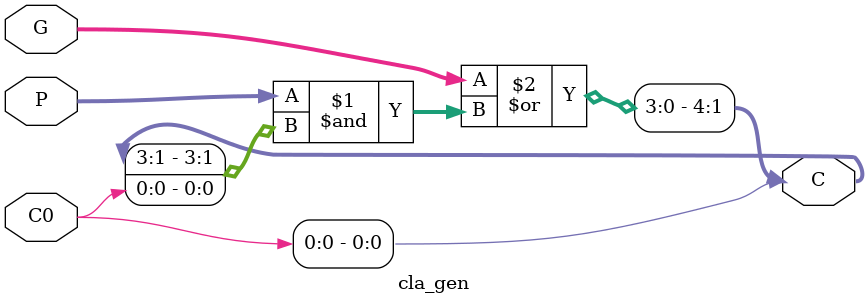
<source format=v>


module addsub_cla(A, B, S, C, M, V);
	parameter W=4;
	
	input signed [W-1:0] A;
	input signed [W-1:0] B;
	output signed [W-1:0] S;
	output C;
	input M;
	output V;
	
	wire [W-1:0] P;
	wire [W:0] Ci;
	wire [W-1:0] G;
	wire [W-1:0] BxorM;
	
	genvar i;
	generate
		for(i=0; i<W; i=i+1)
		begin
			assign BxorM[i] = B[i]^M;
		end
	endgenerate
	
	assign P[W-1:0] = BxorM[W-1:0]^A[W-1:0];
	assign G[W-1:0] = BxorM[W-1:0]&A[W-1:0];
	cla_gen #(.W(W)) CLAGEN(.P(P), .G(G), .C0(M), .C(Ci));
	
	assign S[W-1:0] = P[W-1:0]^Ci[W-1:0];
	assign V = Ci[W]^Ci[W-1];
	assign C = Ci[W];
		
endmodule

module cla_gen(P, G, C0, C);
	parameter W=4;
	
	input [W-1:0] P, G;
	input C0;
	output [W:0] C;
	
	assign C[0] = C0;
	assign C[W:1] = G[W-1:0]|(P[W-1:0]&C[W-1:0]);
	
endmodule



</source>
